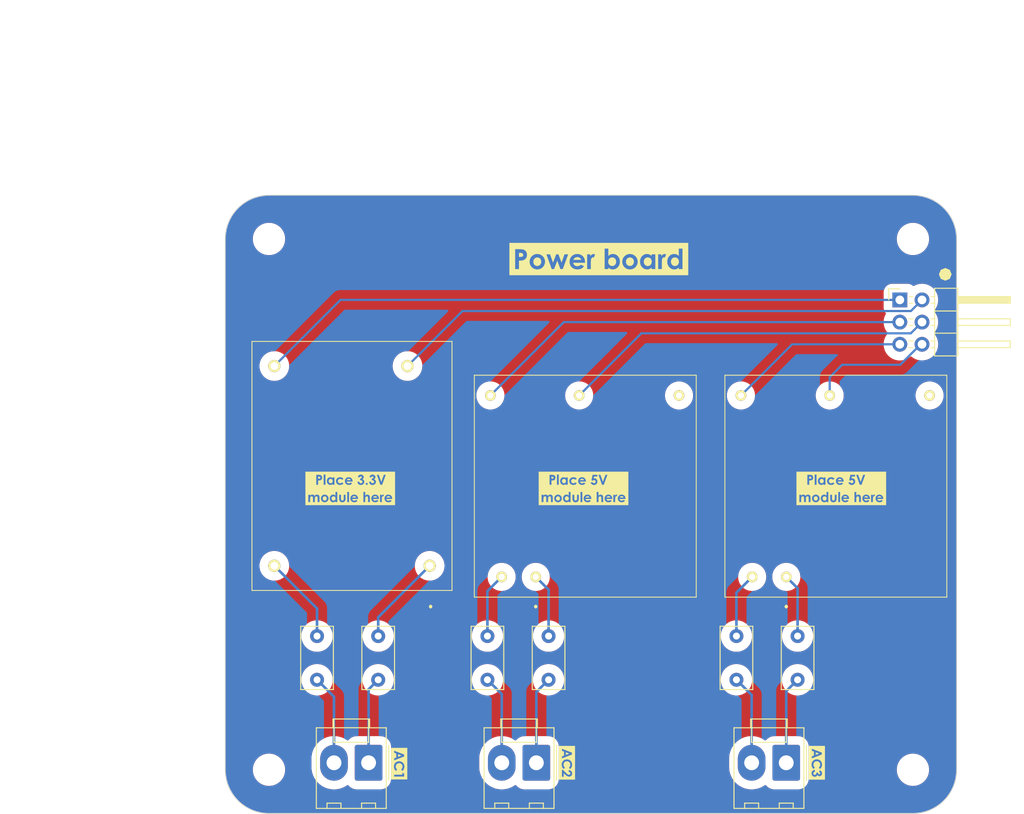
<source format=kicad_pcb>
(kicad_pcb (version 20221018) (generator pcbnew)
  (layers (0 "F.Cu" mixed) (31 "B.Cu" mixed) (34 "B.Paste" user) (35 "F.Paste" user) (36 "B.SilkS" user "B.Silkscreen") (37 "F.SilkS" user "F.Silkscreen") (38 "B.Mask" user) (39 "F.Mask" user) (44 "Edge.Cuts" user))
  (net 0 "")
  (net 1 "Net-(J1-Pin_1)")
  (net 2 "Net-(J1-Pin_2)")
  (net 3 "Net-(J2-Pin_1)")
  (net 4 "Net-(J2-Pin_2)")
  (net 5 "Net-(J3-Pin_1)")
  (net 6 "Net-(J3-Pin_2)")
  (net 7 "Net-(J4-Pin_2)")
  (net 8 "Net-(J4-Pin_4)")
  (net 9 "Net-(J4-Pin_6)")
  (net 10 "Net-(PS1-VAC_IN_(N))")
  (net 11 "Net-(PS1-VAC_IN_(L))")
  (net 12 "Net-(PS2-VAC_IN_(N))")
  (net 13 "Net-(PS2-VAC_IN_(L))")
  (net 14 "Net-(PS3-VAC_IN_(N))")
  (net 15 "Net-(PS3-VAC_IN_(L))")
  (net 18 "Net-(J4-Pin_1)")
  (net 19 "Net-(J4-Pin_3)")
  (net 20 "Net-(J4-Pin_5)")
  (footprint "Connector_Molex:Molex_KK-396_A-41791-0002_1x02_P3.96mm_Vertical" (layer "F.Cu") (at 132.7 122.405 180)
    (fp_text reference "J1" hide)
    (fp_text value "AC2")
    (pad "1" thru_hole roundrect (at 0 0 180) (size 3.16 4.1) (drill 1.7) (layers "*.Cu" "*.Mask") (roundrect_rratio 0.079114) (net 1 "Net-(J1-Pin_1)"))
    (pad "2" thru_hole oval (at 3.96 0 180) (size 3.16 4.1) (drill 1.7) (layers "*.Cu" "*.Mask") (net 2 "Net-(J1-Pin_2)"))
  )
  (footprint "RAC03-3.3SK:RAC0305SK" (layer "F.Cu") (at 120.49 99.86 90)
    (fp_text reference "PS1" hide)
    (fp_text value "RAC03-3.3SK" hide)
    (pad "1" thru_hole circle (at 0 0 180) (size 1.4 1.4) (drill 0.9) (layers "*.Cu" "*.Mask" "F.SilkS") (net 11 "Net-(PS1-VAC_IN_(L))"))
    (pad "2" thru_hole circle (at 22.86 -2.54 180) (size 1.4 1.4) (drill 0.9) (layers "*.Cu" "*.Mask" "F.SilkS") (net 7 "Net-(J4-Pin_2)"))
    (pad "3" thru_hole circle (at 22.86 -17.78 180) (size 1.4 1.4) (drill 0.9) (layers "*.Cu" "*.Mask" "F.SilkS") (net 18 "Net-(J4-Pin_1)"))
    (pad "4" thru_hole circle (at 0 -17.78 180) (size 1.4 1.4) (drill 0.9) (layers "*.Cu" "*.Mask" "F.SilkS") (net 10 "Net-(PS1-VAC_IN_(N))"))
  )
  (footprint "kibuzzard-63EE9D9B" (layer "F.Cu") (at 179.5 66.505)
    (fp_text reference "kibuzzard-63EE9D9B" hide)
    (fp_text value "G***" hide)
  )
  (footprint "MountingHole:MountingHole_3.2mm_M3" (layer "F.Cu") (at 175.8 62.455)
    (fp_text reference "H3" hide)
    (fp_text value "MountingHole")
    (pad "" np_thru_hole circle (at 0 0) (size 3.2 3.2) (drill 3.2) (layers "*.Cu" "*.Mask"))
  )
  (footprint "kibuzzard-63EEA0F8" (layer "F.Cu") (at 139.85 64.755)
    (fp_text reference "kibuzzard-63EEA0F8" hide)
    (fp_text value "G***" hide)
  )
  (footprint "Capacitor_THT:C_Rect_L7.0mm_W3.5mm_P5.00mm" (layer "F.Cu") (at 134.1 112.905 90)
    (fp_text reference "L4" hide)
    (fp_text value "L")
    (pad "1" thru_hole circle (at 0 0 90) (size 1.6 1.6) (drill 0.8) (layers "*.Cu" "*.Mask") (net 1 "Net-(J1-Pin_1)"))
    (pad "2" thru_hole circle (at 5 0 90) (size 1.6 1.6) (drill 0.8) (layers "*.Cu" "*.Mask") (net 13 "Net-(PS2-VAC_IN_(L))"))
  )
  (footprint "Capacitor_THT:C_Rect_L7.0mm_W3.5mm_P5.00mm" (layer "F.Cu") (at 127.1 112.905 90)
    (fp_text reference "L3" hide)
    (fp_text value "L")
    (pad "1" thru_hole circle (at 0 0 90) (size 1.6 1.6) (drill 0.8) (layers "*.Cu" "*.Mask") (net 2 "Net-(J1-Pin_2)"))
    (pad "2" thru_hole circle (at 5 0 90) (size 1.6 1.6) (drill 0.8) (layers "*.Cu" "*.Mask") (net 12 "Net-(PS2-VAC_IN_(N))"))
  )
  (footprint "Connector_PinHeader_2.54mm:PinHeader_2x03_P2.54mm_Horizontal" (layer "F.Cu") (at 174.3 69.43)
    (fp_text reference "J4" hide)
    (fp_text value "Conn_02x03_Odd_Even")
    (pad "1" thru_hole rect (at 0 0) (size 1.7 1.7) (drill 1) (layers "*.Cu" "*.Mask") (net 18 "Net-(J4-Pin_1)"))
    (pad "2" thru_hole oval (at 2.54 0) (size 1.7 1.7) (drill 1) (layers "*.Cu" "*.Mask") (net 7 "Net-(J4-Pin_2)"))
    (pad "3" thru_hole oval (at 0 2.54) (size 1.7 1.7) (drill 1) (layers "*.Cu" "*.Mask") (net 19 "Net-(J4-Pin_3)"))
    (pad "4" thru_hole oval (at 2.54 2.54) (size 1.7 1.7) (drill 1) (layers "*.Cu" "*.Mask") (net 8 "Net-(J4-Pin_4)"))
    (pad "5" thru_hole oval (at 0 5.08) (size 1.7 1.7) (drill 1) (layers "*.Cu" "*.Mask") (net 20 "Net-(J4-Pin_5)"))
    (pad "6" thru_hole oval (at 2.54 5.08) (size 1.7 1.7) (drill 1) (layers "*.Cu" "*.Mask") (net 9 "Net-(J4-Pin_6)"))
  )
  (footprint "RAC05-05SK:RAC0505SK" (layer "F.Cu") (at 132.63 101.13 90)
    (fp_text reference "PS2" hide)
    (fp_text value "RAC05-05SK" hide)
    (pad "1" thru_hole circle (at 0 0 180) (size 1.217 1.217) (drill 0.71) (layers "*.Cu" "*.Mask" "F.SilkS") (net 13 "Net-(PS2-VAC_IN_(L))"))
    (pad "2" thru_hole circle (at 0 -3.9 180) (size 1.217 1.217) (drill 0.71) (layers "*.Cu" "*.Mask" "F.SilkS") (net 12 "Net-(PS2-VAC_IN_(N))"))
    (pad "3" thru_hole circle (at 20.76 16.4 180) (size 1.217 1.217) (drill 0.71) (layers "*.Cu" "*.Mask" "F.SilkS"))
    (pad "4" thru_hole circle (at 20.76 4.97 180) (size 1.217 1.217) (drill 0.71) (layers "*.Cu" "*.Mask" "F.SilkS") (net 8 "Net-(J4-Pin_4)"))
    (pad "5" thru_hole circle (at 20.76 -5.19 180) (size 1.217 1.217) (drill 0.71) (layers "*.Cu" "*.Mask" "F.SilkS") (net 19 "Net-(J4-Pin_3)"))
  )
  (footprint "kibuzzard-63EEA072" (layer "F.Cu") (at 164.8 122.405 -90)
    (fp_text reference "kibuzzard-63EEA072" hide)
    (fp_text value "G***" hide)
  )
  (footprint "Capacitor_THT:C_Rect_L7.0mm_W3.5mm_P5.00mm" (layer "F.Cu") (at 107.6 112.905 90)
    (fp_text reference "L1" hide)
    (fp_text value "L")
    (pad "1" thru_hole circle (at 0 0 90) (size 1.6 1.6) (drill 0.8) (layers "*.Cu" "*.Mask") (net 6 "Net-(J3-Pin_2)"))
    (pad "2" thru_hole circle (at 5 0 90) (size 1.6 1.6) (drill 0.8) (layers "*.Cu" "*.Mask") (net 10 "Net-(PS1-VAC_IN_(N))"))
  )
  (footprint "Capacitor_THT:C_Rect_L7.0mm_W3.5mm_P5.00mm" (layer "F.Cu") (at 114.6 112.905 90)
    (fp_text reference "L2" hide)
    (fp_text value "L")
    (pad "1" thru_hole circle (at 0 0 90) (size 1.6 1.6) (drill 0.8) (layers "*.Cu" "*.Mask") (net 5 "Net-(J3-Pin_1)"))
    (pad "2" thru_hole circle (at 5 0 90) (size 1.6 1.6) (drill 0.8) (layers "*.Cu" "*.Mask") (net 11 "Net-(PS1-VAC_IN_(L))"))
  )
  (footprint "MountingHole:MountingHole_3.2mm_M3" (layer "F.Cu") (at 102.1 123.205)
    (fp_text reference "H4" hide)
    (fp_text value "MountingHole")
    (pad "" np_thru_hole circle (at 0 0) (size 3.2 3.2) (drill 3.2) (layers "*.Cu" "*.Mask"))
  )
  (footprint "kibuzzard-63EE9CF3" (layer "F.Cu") (at 167.6 91.005)
    (fp_text reference "kibuzzard-63EE9CF3" hide)
    (fp_text value "G***" hide)
  )
  (footprint "MountingHole:MountingHole_3.2mm_M3" (layer "F.Cu") (at 175.8 123.205)
    (fp_text reference "H2" hide)
    (fp_text value "MountingHole")
    (pad "" np_thru_hole circle (at 0 0) (size 3.2 3.2) (drill 3.2) (layers "*.Cu" "*.Mask"))
  )
  (footprint "MountingHole:MountingHole_3.2mm_M3" (layer "F.Cu") (at 102.1 62.455)
    (fp_text reference "H1" hide)
    (fp_text value "MountingHole")
    (pad "" np_thru_hole circle (at 0 0) (size 3.2 3.2) (drill 3.2) (layers "*.Cu" "*.Mask"))
  )
  (footprint "Capacitor_THT:C_Rect_L7.0mm_W3.5mm_P5.00mm" (layer "F.Cu") (at 155.6 112.905 90)
    (fp_text reference "L5" hide)
    (fp_text value "L")
    (pad "1" thru_hole circle (at 0 0 90) (size 1.6 1.6) (drill 0.8) (layers "*.Cu" "*.Mask") (net 4 "Net-(J2-Pin_2)"))
    (pad "2" thru_hole circle (at 5 0 90) (size 1.6 1.6) (drill 0.8) (layers "*.Cu" "*.Mask") (net 14 "Net-(PS3-VAC_IN_(N))"))
  )
  (footprint "kibuzzard-63EEA069" (layer "F.Cu") (at 136.2 122.405 -90)
    (fp_text reference "kibuzzard-63EEA069" hide)
    (fp_text value "G***" hide)
  )
  (footprint "Capacitor_THT:C_Rect_L7.0mm_W3.5mm_P5.00mm" (layer "F.Cu") (at 162.6 112.905 90)
    (fp_text reference "L6" hide)
    (fp_text value "L")
    (pad "1" thru_hole circle (at 0 0 90) (size 1.6 1.6) (drill 0.8) (layers "*.Cu" "*.Mask") (net 3 "Net-(J2-Pin_1)"))
    (pad "2" thru_hole circle (at 5 0 90) (size 1.6 1.6) (drill 0.8) (layers "*.Cu" "*.Mask") (net 15 "Net-(PS3-VAC_IN_(L))"))
  )
  (footprint "kibuzzard-63EE9CC7" (layer "F.Cu") (at 111.4 91.005)
    (fp_text reference "kibuzzard-63EE9CC7" hide)
    (fp_text value "G***" hide)
  )
  (footprint "Connector_Molex:Molex_KK-396_A-41791-0002_1x02_P3.96mm_Vertical" (layer "F.Cu") (at 161.3 122.405 180)
    (fp_text reference "J2" hide)
    (fp_text value "AC3")
    (pad "1" thru_hole roundrect (at 0 0 180) (size 3.16 4.1) (drill 1.7) (layers "*.Cu" "*.Mask") (roundrect_rratio 0.079114) (net 3 "Net-(J2-Pin_1)"))
    (pad "2" thru_hole oval (at 3.96 0 180) (size 3.16 4.1) (drill 1.7) (layers "*.Cu" "*.Mask") (net 4 "Net-(J2-Pin_2)"))
  )
  (footprint "RAC05-05SK:RAC0505SK" (layer "F.Cu") (at 161.305 101.13 90)
    (fp_text reference "PS3" hide)
    (fp_text value "RAC05-05SK" hide)
    (pad "1" thru_hole circle (at 0 0 180) (size 1.217 1.217) (drill 0.71) (layers "*.Cu" "*.Mask" "F.SilkS") (net 15 "Net-(PS3-VAC_IN_(L))"))
    (pad "2" thru_hole circle (at 0 -3.9 180) (size 1.217 1.217) (drill 0.71) (layers "*.Cu" "*.Mask" "F.SilkS") (net 14 "Net-(PS3-VAC_IN_(N))"))
    (pad "3" thru_hole circle (at 20.76 16.4 180) (size 1.217 1.217) (drill 0.71) (layers "*.Cu" "*.Mask" "F.SilkS"))
    (pad "4" thru_hole circle (at 20.76 4.97 180) (size 1.217 1.217) (drill 0.71) (layers "*.Cu" "*.Mask" "F.SilkS") (net 9 "Net-(J4-Pin_6)"))
    (pad "5" thru_hole circle (at 20.76 -5.19 180) (size 1.217 1.217) (drill 0.71) (layers "*.Cu" "*.Mask" "F.SilkS") (net 20 "Net-(J4-Pin_5)"))
  )
  (footprint "kibuzzard-63EE9CEB" (layer "F.Cu") (at 138.1 91.005)
    (fp_text reference "kibuzzard-63EE9CEB" hide)
    (fp_text value "G***" hide)
  )
  (footprint "kibuzzard-63EEA033" (layer "F.Cu") (at 117 122.505 -90)
    (fp_text reference "kibuzzard-63EEA033" hide)
    (fp_text value "G***" hide)
  )
  (footprint "Connector_Molex:Molex_KK-396_A-41791-0002_1x02_P3.96mm_Vertical" (layer "F.Cu") (at 113.5 122.405 180)
    (fp_text reference "J3" hide)
    (fp_text value "AC1")
    (pad "1" thru_hole roundrect (at 0 0 180) (size 3.16 4.1) (drill 1.7) (layers "*.Cu" "*.Mask") (roundrect_rratio 0.079114) (net 5 "Net-(J3-Pin_1)"))
    (pad "2" thru_hole oval (at 3.96 0 180) (size 3.16 4.1) (drill 1.7) (layers "*.Cu" "*.Mask") (net 6 "Net-(J3-Pin_2)"))
  )
  (gr_line (start 102.1 128.205) (end 175.8 128.205) (stroke (width 0.1)) (layer "Edge.Cuts"))
  (gr_arc (start 97.1 62.455) (mid 98.564466 58.919466) (end 102.1 57.455) (stroke (width 0.1)) (layer "Edge.Cuts"))
  (gr_arc (start 175.8 57.455) (mid 179.335534 58.919466) (end 180.8 62.455) (stroke (width 0.1)) (layer "Edge.Cuts"))
  (gr_line (start 175.8 57.455) (end 102.1 57.455) (stroke (width 0.1)) (layer "Edge.Cuts"))
  (gr_arc (start 180.8 123.205) (mid 179.335534 126.740534) (end 175.8 128.205) (stroke (width 0.1)) (layer "Edge.Cuts"))
  (gr_line (start 180.8 123.205) (end 180.8 62.455) (stroke (width 0.1)) (layer "Edge.Cuts"))
  (gr_arc (start 102.1 128.205) (mid 98.564466 126.740534) (end 97.1 123.205) (stroke (width 0.1)) (layer "Edge.Cuts"))
  (gr_line (start 97.1 62.455) (end 97.1 123.205) (stroke (width 0.1)) (layer "Edge.Cuts"))
  (segment (start 132.7 114.305) (end 134.1 112.905) (width 0.3) (layer "B.Cu") (net 1))
  (segment (start 132.7 122.405) (end 132.7 114.305) (width 0.3) (layer "B.Cu") (net 1))
  (segment (start 128.74 114.545) (end 127.1 112.905) (width 0.3) (layer "B.Cu") (net 2))
  (segment (start 128.74 122.405) (end 128.74 114.545) (width 0.3) (layer "B.Cu") (net 2))
  (segment (start 161.3 122.405) (end 161.3 114.205) (width 0.3) (layer "B.Cu") (net 3))
  (segment (start 161.3 114.205) (end 162.6 112.905) (width 0.3) (layer "B.Cu") (net 3))
  (segment (start 157.34 114.645) (end 155.6 112.905) (width 0.3) (layer "B.Cu") (net 4))
  (segment (start 157.34 122.405) (end 157.34 114.645) (width 0.3) (layer "B.Cu") (net 4))
  (segment (start 113.5 114.005) (end 114.6 112.905) (width 0.3) (layer "B.Cu") (net 5))
  (segment (start 113.5 122.405) (end 113.5 114.005) (width 0.3) (layer "B.Cu") (net 5))
  (segment (start 109.54 114.845) (end 107.6 112.905) (width 0.3) (layer "B.Cu") (net 6))
  (segment (start 109.54 122.405) (end 109.54 114.845) (width 0.3) (layer "B.Cu") (net 6))
  (segment (start 117.95 77) (end 124.245 70.705) (width 0.25) (layer "B.Cu") (net 7))
  (segment (start 124.245 70.705) (end 175.565 70.705) (width 0.25) (layer "B.Cu") (net 7))
  (segment (start 175.565 70.705) (end 176.84 69.43) (width 0.25) (layer "B.Cu") (net 7))
  (segment (start 137.6 80.37) (end 144.715 73.255) (width 0.25) (layer "B.Cu") (net 8))
  (segment (start 144.715 73.255) (end 175.555 73.255) (width 0.25) (layer "B.Cu") (net 8))
  (segment (start 175.555 73.255) (end 176.84 71.97) (width 0.25) (layer "B.Cu") (net 8))
  (segment (start 176.69 74.51) (end 176.84 74.51) (width 0.25) (layer "B.Cu") (net 9))
  (segment (start 166.275 78.28) (end 167.7 76.855) (width 0.25) (layer "B.Cu") (net 9))
  (segment (start 167.7 76.855) (end 174.345 76.855) (width 0.25) (layer "B.Cu") (net 9))
  (segment (start 166.275 80.37) (end 166.275 78.28) (width 0.25) (layer "B.Cu") (net 9))
  (segment (start 174.345 76.855) (end 176.69 74.51) (width 0.25) (layer "B.Cu") (net 9))
  (segment (start 107.6 107.905) (end 107.6 104.75) (width 0.3) (layer "B.Cu") (net 10))
  (segment (start 107.6 104.75) (end 102.71 99.86) (width 0.3) (layer "B.Cu") (net 10))
  (segment (start 114.6 105.75) (end 120.49 99.86) (width 0.3) (layer "B.Cu") (net 11))
  (segment (start 114.6 107.905) (end 114.6 105.75) (width 0.3) (layer "B.Cu") (net 11))
  (segment (start 127.1 107.905) (end 127.1 102.76) (width 0.3) (layer "B.Cu") (net 12))
  (segment (start 127.1 102.76) (end 128.73 101.13) (width 0.3) (layer "B.Cu") (net 12))
  (segment (start 134.1 102.6) (end 132.63 101.13) (width 0.3) (layer "B.Cu") (net 13))
  (segment (start 134.1 107.905) (end 134.1 102.6) (width 0.3) (layer "B.Cu") (net 13))
  (segment (start 155.6 102.935) (end 157.405 101.13) (width 0.3) (layer "B.Cu") (net 14))
  (segment (start 155.6 107.905) (end 155.6 102.935) (width 0.3) (layer "B.Cu") (net 14))
  (segment (start 162.6 107.905) (end 162.6 102.425) (width 0.3) (layer "B.Cu") (net 15))
  (segment (start 162.6 102.425) (end 161.305 101.13) (width 0.3) (layer "B.Cu") (net 15))
  (segment (start 110.28 69.43) (end 174.3 69.43) (width 0.25) (layer "B.Cu") (net 18))
  (segment (start 102.71 77) (end 110.28 69.43) (width 0.25) (layer "B.Cu") (net 18))
  (segment (start 135.84 71.97) (end 174.3 71.97) (width 0.25) (layer "B.Cu") (net 19))
  (segment (start 127.44 80.37) (end 135.84 71.97) (width 0.25) (layer "B.Cu") (net 19))
  (segment (start 161.975 74.51) (end 174.3 74.51) (width 0.25) (layer "B.Cu") (net 20))
  (segment (start 156.115 80.37) (end 161.975 74.51) (width 0.25) (layer "B.Cu") (net 20))
  (zone (net 0) (net_name "") (layers "F&B.Cu") (connect_pads yes (clearance 1)) (min_thickness 0.254) (fill yes (thermal_gap 0.508) (thermal_bridge_width 0.508))
    (polygon (pts (xy 176.7 57.555) (xy 177.6 57.755) (xy 178.4 58.155) (xy 179.3 58.855) (xy 179.9 59.555) (xy 180.2 60.055) (xy 180.7 61.355) (xy 180.8 62.155) (xy 180.8 123.655) (xy 180.5 124.855) (xy 180.3 125.355) (xy 179.8 126.155) (xy 179.1 126.955) (xy 178.4 127.455) (xy 177.4 127.955) (xy 176.6 128.155) (xy 101.8 128.155) (xy 100.9 128.055) (xy 99.6 127.555) (xy 98.4 126.555) (xy 97.8 125.755) (xy 97.4 124.955) (xy 97.2 124.055) (xy 97.1 123.255) (xy 97.1 62.155) (xy 97.2 61.355) (xy 97.6 60.255) (xy 98.1 59.355) (xy 98.8 58.655) (xy 99.9 57.955) (xy 100.6 57.655) (xy 101.4 57.455) (xy 176 57.455)))
  )
)
</source>
